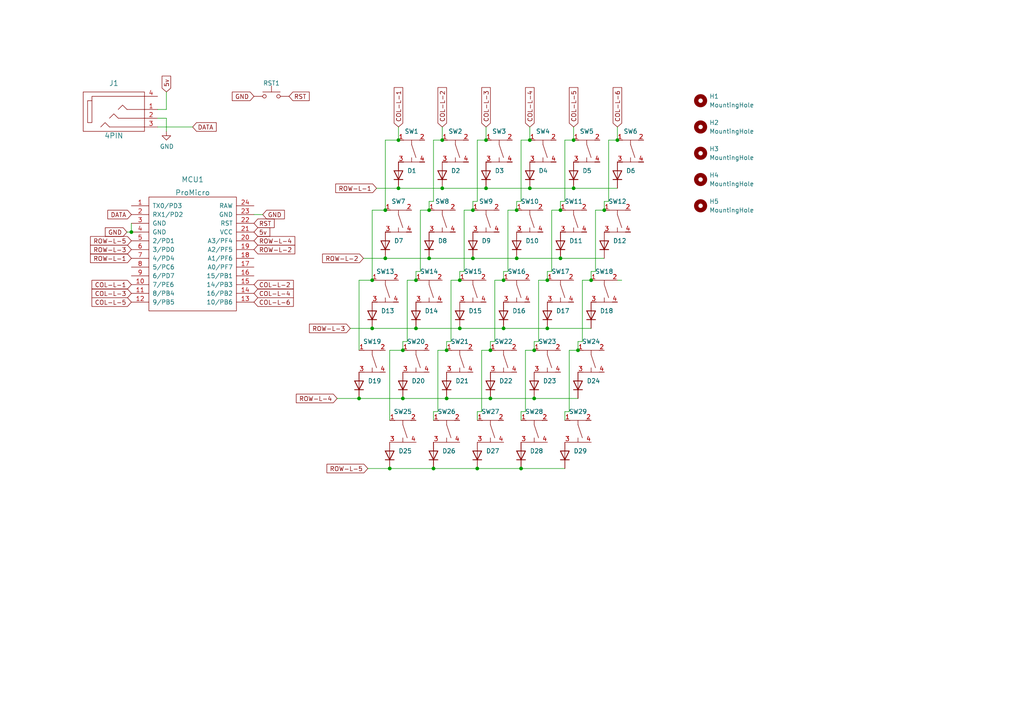
<source format=kicad_sch>
(kicad_sch (version 20211123) (generator eeschema)
  (paper "A4")
  (title_block (title "PocketSplit") (rev "1.0"))
  (lib_symbols
    (symbol "Device:D" (pin_numbers hide) (pin_names (offset 1.016) hide)
      (property "Reference" "D" (at 0 2.54 0))
      (property "Value" "D" (at 0 -2.54 0))
      (symbol "D_0_1"
        (polyline (pts (xy -1.27 1.27) (xy -1.27 -1.27)) (stroke (width 0.254)))
        (polyline (pts (xy 1.27 0) (xy -1.27 0)))
        (polyline (pts (xy 1.27 1.27) (xy 1.27 -1.27) (xy -1.27 0) (xy 1.27 1.27)) (stroke (width 0.254)))
      )
      (symbol "D_1_1"
        (pin passive line (at -3.81 0 0) (length 2.54) (name "K") (number "1"))
        (pin passive line (at 3.81 0 180) (length 2.54) (name "A") (number "2"))
      )
    )
    (symbol "Keebio:ProMicro" (pin_names (offset 1.016))
      (property "Reference" "U" (at 0 0 0))
      (property "Value" "ProMicro" (at 0 -19.05 0))
      (symbol "ProMicro_0_1"
        (rectangle (start -12.7 -16.51) (end 12.7 16.51))
      )
      (symbol "ProMicro_1_1"
        (pin input line (at -17.78 13.97 0) (length 5.08) (name "TX0/PD3") (number "1"))
        (pin input line (at -17.78 -8.89 0) (length 5.08) (name "7/PE6") (number "10"))
        (pin input line (at -17.78 -11.43 0) (length 5.08) (name "8/PB4") (number "11"))
        (pin input line (at -17.78 -13.97 0) (length 5.08) (name "9/PB5") (number "12"))
        (pin input line (at 17.78 -13.97 180) (length 5.08) (name "10/PB6") (number "13"))
        (pin input line (at 17.78 -11.43 180) (length 5.08) (name "16/PB2") (number "14"))
        (pin input line (at 17.78 -8.89 180) (length 5.08) (name "14/PB3") (number "15"))
        (pin input line (at 17.78 -6.35 180) (length 5.08) (name "15/PB1") (number "16"))
        (pin input line (at 17.78 -3.81 180) (length 5.08) (name "A0/PF7") (number "17"))
        (pin input line (at 17.78 -1.27 180) (length 5.08) (name "A1/PF6") (number "18"))
        (pin input line (at 17.78 1.27 180) (length 5.08) (name "A2/PF5") (number "19"))
        (pin input line (at -17.78 11.43 0) (length 5.08) (name "RX1/PD2") (number "2"))
        (pin input line (at 17.78 3.81 180) (length 5.08) (name "A3/PF4") (number "20"))
        (pin input line (at 17.78 6.35 180) (length 5.08) (name "VCC") (number "21"))
        (pin input line (at 17.78 8.89 180) (length 5.08) (name "RST") (number "22"))
        (pin input line (at 17.78 11.43 180) (length 5.08) (name "GND") (number "23"))
        (pin input line (at 17.78 13.97 180) (length 5.08) (name "RAW") (number "24"))
        (pin input line (at -17.78 8.89 0) (length 5.08) (name "GND") (number "3"))
        (pin input line (at -17.78 6.35 0) (length 5.08) (name "GND") (number "4"))
        (pin input line (at -17.78 3.81 0) (length 5.08) (name "2/PD1") (number "5"))
        (pin input line (at -17.78 1.27 0) (length 5.08) (name "3/PD0") (number "6"))
        (pin input line (at -17.78 -1.27 0) (length 5.08) (name "4/PD4") (number "7"))
        (pin input line (at -17.78 -3.81 0) (length 5.08) (name "5/PC6") (number "8"))
        (pin input line (at -17.78 -6.35 0) (length 5.08) (name "6/PD7") (number "9"))
      )
    )
    (symbol "Lily58_Pro-rescue:MJ-4PP-9-Lily58-cache" (pin_names (offset 1.016))
      (property "Reference" "J" (at -8.89 -7.62 0))
      (property "Value" "MJ-4PP-9-Lily58-cache" (at -3.81 6.35 0))
      (symbol "MJ-4PP-9-Lily58-cache_0_1"
        (rectangle (start -7.62 2.54) (end -8.89 -3.81))
        (polyline (pts (xy 2.54 0) (xy 7.62 0)))
        (polyline (pts (xy -2.54 -5.08) (xy 7.62 -5.08) (xy 7.62 -5.08)))
        (polyline (pts (xy 0 -2.54) (xy -1.27 -1.27) (xy -2.54 -2.54)))
        (polyline (pts (xy 0 0) (xy 1.27 1.27) (xy 2.54 0)))
        (polyline (pts (xy 7.62 3.81) (xy -7.62 3.81) (xy -7.62 2.54)))
        (polyline (pts (xy -2.54 -5.08) (xy -3.81 -3.81) (xy -5.08 -5.08) (xy -5.08 -5.08)))
        (polyline (pts (xy 0 -2.54) (xy 7.62 -2.54) (xy 7.62 -2.54) (xy 7.62 -2.54)))
        (rectangle (start 7.62 -6.35) (end -10.16 5.08))
      )
      (symbol "MJ-4PP-9-Lily58-cache_1_1"
        (pin passive line (at 11.43 0 180) (length 3.81) (name "~") (number "1"))
        (pin passive line (at 11.43 -2.54 180) (length 3.81) (name "~") (number "2"))
        (pin passive line (at 11.43 -5.08 180) (length 3.81) (name "~") (number "3"))
        (pin passive line (at 11.43 3.81 180) (length 3.81) (name "~") (number "4"))
      )
    )
    (symbol "MechBoards:SW_THT_6x6"
      (property "Reference" "U" (at 0 -1.27 0))
      (property "Value" "SW_THT_6x6" (at 0 1.27 0))
      (symbol "SW_THT_6x6_0_1"
        (polyline (pts (xy 0 -2.54) (xy 0 -1.27)))
        (polyline (pts (xy 0 2.54) (xy 1.27 -1.27)))
        (polyline (pts (xy 0 3.81) (xy 0 2.54)))
        (polyline (pts (xy 3.81 -2.54) (xy -3.81 -2.54)))
        (polyline (pts (xy -2.54 3.81) (xy 0 3.81) (xy 2.54 3.81)))
      )
      (symbol "SW_THT_6x6_1_1"
        (pin input line (at -3.81 3.81 0) (length 1.5) (name "") (number "1"))
        (pin input line (at 3.81 3.81 180) (length 1.5) (name "") (number "2"))
        (pin input line (at -3.81 -2.54 0) (length 1.5) (name "") (number "3"))
        (pin input line (at 3.81 -2.54 180) (length 1.5) (name "") (number "4"))
      )
    )
    (symbol "Mechanical:MountingHole" (pin_names (offset 1.016))
      (property "Reference" "H" (at 0 5.08 0))
      (property "Value" "MountingHole" (at 0 3.175 0))
      (symbol "MountingHole_0_1"
        (circle (center 0 0) (radius 1.27) (stroke (width 1.27)))
      )
    )
    (symbol "Switch:SW_Push" (pin_numbers hide) (pin_names (offset 1.016) hide)
      (property "Reference" "SW" (at 1.27 2.54 0))
      (property "Value" "SW_Push" (at 0 -1.524 0))
      (symbol "SW_Push_0_1"
        (circle (center -2.032 0) (radius 0.508))
        (polyline (pts (xy 0 1.27) (xy 0 3.048)))
        (polyline (pts (xy 2.54 1.27) (xy -2.54 1.27)))
        (circle (center 2.032 0) (radius 0.508))
        (pin passive line (at -5.08 0 0) (length 2.54) (name "1") (number "1"))
        (pin passive line (at 5.08 0 180) (length 2.54) (name "2") (number "2"))
      )
    )
    (symbol "power:GND" (power) (pin_names (offset 0))
      (property "Value" "GND" (at 0 -3.81 0))
      (symbol "GND_0_1"
        (polyline (pts (xy 0 0) (xy 0 -1.27) (xy 1.27 -1.27) (xy 0 -2.54) (xy -1.27 -1.27) (xy 0 -1.27)))
      )
      (symbol "GND_1_1"
        (pin power_in line (at 0 0 270) (length 0) hide (name "GND") (number "1"))
      )
    )
  )
  (junction (at 38.1 67.31))
  (junction (at 167.64 101.6))
  (junction (at 128.27 40.64))
  (junction (at 138.43 135.89))
  (junction (at 151.13 135.89))
  (junction (at 137.16 74.93))
  (junction (at 129.54 101.6))
  (junction (at 120.65 95.25))
  (junction (at 104.14 115.57))
  (junction (at 129.54 115.57))
  (junction (at 153.67 54.61))
  (junction (at 125.73 135.89))
  (junction (at 120.65 81.28))
  (junction (at 124.46 60.96))
  (junction (at 171.45 81.28))
  (junction (at 140.97 54.61))
  (junction (at 115.57 40.64))
  (junction (at 158.75 95.25))
  (junction (at 179.07 40.64))
  (junction (at 107.95 81.28))
  (junction (at 154.94 115.57))
  (junction (at 116.84 101.6))
  (junction (at 153.67 40.64))
  (junction (at 115.57 54.61))
  (junction (at 111.76 60.96))
  (junction (at 137.16 60.96))
  (junction (at 146.05 95.25))
  (junction (at 158.75 81.28))
  (junction (at 142.24 101.6))
  (junction (at 149.86 60.96))
  (junction (at 133.35 81.28))
  (junction (at 149.86 74.93))
  (junction (at 166.37 54.61))
  (junction (at 107.95 95.25))
  (junction (at 162.56 74.93))
  (junction (at 175.26 60.96))
  (junction (at 116.84 115.57))
  (junction (at 111.76 74.93))
  (junction (at 128.27 54.61))
  (junction (at 166.37 40.64))
  (junction (at 146.05 81.28))
  (junction (at 140.97 40.64))
  (junction (at 133.35 95.25))
  (junction (at 142.24 115.57))
  (junction (at 162.56 60.96))
  (junction (at 124.46 74.93))
  (junction (at 154.94 101.6))
  (junction (at 113.03 135.89))
  (wire (pts (xy 127 119.38) (xy 125.73 119.38)))
  (wire (pts (xy 138.43 121.92) (xy 138.43 119.38)))
  (wire (pts (xy 166.37 40.64) (xy 163.83 40.64)))
  (wire (pts (xy 163.83 58.42) (xy 162.56 58.42)))
  (wire (pts (xy 137.16 58.42) (xy 137.16 60.96)))
  (wire (pts (xy 104.14 115.57) (xy 116.84 115.57)))
  (wire (pts (xy 115.57 54.61) (xy 128.27 54.61)))
  (wire (pts (xy 128.27 36.83) (xy 128.27 40.64)))
  (wire (pts (xy 133.35 81.28) (xy 130.81 81.28)))
  (wire (pts (xy 45.72 36.83) (xy 55.88 36.83)))
  (wire (pts (xy 146.05 81.28) (xy 146.05 78.74)))
  (wire (pts (xy 125.73 119.38) (xy 125.73 121.92)))
  (wire (pts (xy 162.56 74.93) (xy 175.26 74.93)))
  (wire (pts (xy 134.62 78.74) (xy 133.35 78.74)))
  (wire (pts (xy 143.51 81.28) (xy 146.05 81.28)))
  (wire (pts (xy 45.72 34.29) (xy 48.26 34.29)))
  (wire (pts (xy 154.94 101.6) (xy 152.4 101.6)))
  (wire (pts (xy 140.97 54.61) (xy 153.67 54.61)))
  (wire (pts (xy 142.24 101.6) (xy 142.24 99.06)))
  (wire (pts (xy 48.26 34.29) (xy 48.26 38.1)))
  (wire (pts (xy 156.21 99.06) (xy 154.94 99.06)))
  (wire (pts (xy 143.51 99.06) (xy 143.51 81.28)))
  (wire (pts (xy 152.4 119.38) (xy 151.13 119.38)))
  (wire (pts (xy 121.92 78.74) (xy 121.92 60.96)))
  (wire (pts (xy 162.56 60.96) (xy 160.02 60.96)))
  (wire (pts (xy 158.75 95.25) (xy 171.45 95.25)))
  (wire (pts (xy 120.65 78.74) (xy 121.92 78.74)))
  (wire (pts (xy 38.1 64.77) (xy 38.1 67.31)))
  (wire (pts (xy 130.81 99.06) (xy 129.54 99.06)))
  (wire (pts (xy 176.53 58.42) (xy 175.26 58.42)))
  (wire (pts (xy 121.92 60.96) (xy 124.46 60.96)))
  (wire (pts (xy 113.03 135.89) (xy 125.73 135.89)))
  (wire (pts (xy 118.11 81.28) (xy 120.65 81.28)))
  (wire (pts (xy 120.65 95.25) (xy 133.35 95.25)))
  (wire (pts (xy 146.05 95.25) (xy 158.75 95.25)))
  (wire (pts (xy 168.91 99.06) (xy 168.91 81.28)))
  (wire (pts (xy 106.68 135.89) (xy 113.03 135.89)))
  (wire (pts (xy 120.65 81.28) (xy 120.65 78.74)))
  (wire (pts (xy 107.95 60.96) (xy 107.95 81.28)))
  (wire (pts (xy 156.21 81.28) (xy 156.21 99.06)))
  (wire (pts (xy 140.97 40.64) (xy 138.43 40.64)))
  (wire (pts (xy 151.13 40.64) (xy 151.13 58.42)))
  (wire (pts (xy 166.37 54.61) (xy 179.07 54.61)))
  (wire (pts (xy 48.26 26.67) (xy 48.26 31.75)))
  (wire (pts (xy 137.16 60.96) (xy 134.62 60.96)))
  (wire (pts (xy 139.7 119.38) (xy 139.7 101.6)))
  (wire (pts (xy 152.4 101.6) (xy 152.4 119.38)))
  (wire (pts (xy 158.75 81.28) (xy 156.21 81.28)))
  (wire (pts (xy 105.41 74.93) (xy 111.76 74.93)))
  (wire (pts (xy 128.27 54.61) (xy 140.97 54.61)))
  (wire (pts (xy 137.16 74.93) (xy 149.86 74.93)))
  (wire (pts (xy 168.91 81.28) (xy 171.45 81.28)))
  (wire (pts (xy 140.97 36.83) (xy 140.97 40.64)))
  (wire (pts (xy 149.86 60.96) (xy 149.86 58.42)))
  (wire (pts (xy 133.35 78.74) (xy 133.35 81.28)))
  (wire (pts (xy 160.02 60.96) (xy 160.02 78.74)))
  (wire (pts (xy 138.43 58.42) (xy 137.16 58.42)))
  (wire (pts (xy 115.57 36.83) (xy 115.57 40.64)))
  (wire (pts (xy 107.95 95.25) (xy 120.65 95.25)))
  (wire (pts (xy 118.11 99.06) (xy 118.11 81.28)))
  (wire (pts (xy 101.6 95.25) (xy 107.95 95.25)))
  (wire (pts (xy 163.83 121.92) (xy 163.83 119.38)))
  (wire (pts (xy 176.53 40.64) (xy 179.07 40.64)))
  (wire (pts (xy 153.67 36.83) (xy 153.67 40.64)))
  (wire (pts (xy 109.22 54.61) (xy 115.57 54.61)))
  (wire (pts (xy 48.26 31.75) (xy 45.72 31.75)))
  (wire (pts (xy 153.67 54.61) (xy 166.37 54.61)))
  (wire (pts (xy 138.43 135.89) (xy 151.13 135.89)))
  (wire (pts (xy 116.84 115.57) (xy 129.54 115.57)))
  (wire (pts (xy 142.24 115.57) (xy 154.94 115.57)))
  (wire (pts (xy 149.86 58.42) (xy 151.13 58.42)))
  (wire (pts (xy 115.57 40.64) (xy 111.76 40.64)))
  (wire (pts (xy 151.13 40.64) (xy 153.67 40.64)))
  (wire (pts (xy 166.37 36.83) (xy 166.37 40.64)))
  (wire (pts (xy 167.64 101.6) (xy 167.64 99.06)))
  (wire (pts (xy 124.46 74.93) (xy 137.16 74.93)))
  (wire (pts (xy 124.46 60.96) (xy 124.46 58.42)))
  (wire (pts (xy 171.45 81.28) (xy 171.45 78.74)))
  (wire (pts (xy 167.64 99.06) (xy 168.91 99.06)))
  (wire (pts (xy 129.54 101.6) (xy 127 101.6)))
  (wire (pts (xy 147.32 78.74) (xy 147.32 60.96)))
  (wire (pts (xy 125.73 58.42) (xy 125.73 40.64)))
  (wire (pts (xy 113.03 101.6) (xy 116.84 101.6)))
  (wire (pts (xy 134.62 60.96) (xy 134.62 78.74)))
  (wire (pts (xy 116.84 99.06) (xy 118.11 99.06)))
  (wire (pts (xy 151.13 135.89) (xy 163.83 135.89)))
  (wire (pts (xy 139.7 101.6) (xy 142.24 101.6)))
  (wire (pts (xy 111.76 40.64) (xy 111.76 60.96)))
  (wire (pts (xy 151.13 119.38) (xy 151.13 121.92)))
  (wire (pts (xy 149.86 74.93) (xy 162.56 74.93)))
  (wire (pts (xy 179.07 81.28) (xy 180.34 81.28)))
  (wire (pts (xy 111.76 60.96) (xy 107.95 60.96)))
  (wire (pts (xy 127 101.6) (xy 127 119.38)))
  (wire (pts (xy 97.79 115.57) (xy 104.14 115.57)))
  (wire (pts (xy 163.83 119.38) (xy 165.1 119.38)))
  (wire (pts (xy 163.83 40.64) (xy 163.83 58.42)))
  (wire (pts (xy 165.1 101.6) (xy 167.64 101.6)))
  (wire (pts (xy 125.73 40.64) (xy 128.27 40.64)))
  (wire (pts (xy 116.84 101.6) (xy 116.84 99.06)))
  (wire (pts (xy 154.94 115.57) (xy 167.64 115.57)))
  (wire (pts (xy 142.24 99.06) (xy 143.51 99.06)))
  (wire (pts (xy 125.73 135.89) (xy 138.43 135.89)))
  (wire (pts (xy 138.43 119.38) (xy 139.7 119.38)))
  (wire (pts (xy 111.76 74.93) (xy 124.46 74.93)))
  (wire (pts (xy 124.46 58.42) (xy 125.73 58.42)))
  (wire (pts (xy 175.26 58.42) (xy 175.26 60.96)))
  (wire (pts (xy 176.53 40.64) (xy 176.53 58.42)))
  (wire (pts (xy 129.54 115.57) (xy 142.24 115.57)))
  (wire (pts (xy 130.81 81.28) (xy 130.81 99.06)))
  (wire (pts (xy 172.72 60.96) (xy 175.26 60.96)))
  (wire (pts (xy 165.1 119.38) (xy 165.1 101.6)))
  (wire (pts (xy 138.43 40.64) (xy 138.43 58.42)))
  (wire (pts (xy 160.02 78.74) (xy 158.75 78.74)))
  (wire (pts (xy 162.56 58.42) (xy 162.56 60.96)))
  (wire (pts (xy 73.66 62.23) (xy 76.2 62.23)))
  (wire (pts (xy 107.95 81.28) (xy 104.14 81.28)))
  (wire (pts (xy 179.07 36.83) (xy 179.07 40.64)))
  (wire (pts (xy 147.32 60.96) (xy 149.86 60.96)))
  (wire (pts (xy 154.94 99.06) (xy 154.94 101.6)))
  (wire (pts (xy 36.83 67.31) (xy 38.1 67.31)))
  (wire (pts (xy 129.54 99.06) (xy 129.54 101.6)))
  (wire (pts (xy 104.14 81.28) (xy 104.14 101.6)))
  (wire (pts (xy 146.05 78.74) (xy 147.32 78.74)))
  (wire (pts (xy 172.72 60.96) (xy 172.72 78.74)))
  (wire (pts (xy 171.45 78.74) (xy 172.72 78.74)))
  (wire (pts (xy 133.35 95.25) (xy 146.05 95.25)))
  (wire (pts (xy 158.75 78.74) (xy 158.75 81.28)))
  (wire (pts (xy 113.03 121.92) (xy 113.03 101.6)))
  (global_label "COL-L-4" (shape input) (at 153.67 36.83 90) (property "Intersheet References" "${INTERSHEET_REFS}" (effects hide)))
  (global_label "COL-L-6" (shape input) (at 73.66 87.63 0) (property "Intersheet References" "${INTERSHEET_REFS}" (effects hide)))
  (global_label "GND" (shape input) (at 76.2 62.23 0) (property "Intersheet References" "${INTERSHEET_REFS}" (effects hide)))
  (global_label "5v" (shape input) (at 73.66 67.31 0) (property "Intersheet References" "${INTERSHEET_REFS}" (effects hide)))
  (global_label "COL-L-3" (shape input) (at 140.97 36.83 90) (property "Intersheet References" "${INTERSHEET_REFS}" (effects hide)))
  (global_label "ROW-L-3" (shape input) (at 38.1 72.39 180) (property "Intersheet References" "${INTERSHEET_REFS}" (effects hide)))
  (global_label "DATA" (shape input) (at 55.88 36.83 0) (property "Intersheet References" "${INTERSHEET_REFS}" (effects hide)))
  (global_label "COL-L-1" (shape input) (at 38.1 82.55 180) (property "Intersheet References" "${INTERSHEET_REFS}" (effects hide)))
  (global_label "DATA" (shape input) (at 38.1 62.23 180) (property "Intersheet References" "${INTERSHEET_REFS}" (effects hide)))
  (global_label "GND" (shape input) (at 36.83 67.31 180) (property "Intersheet References" "${INTERSHEET_REFS}" (effects hide)))
  (global_label "ROW-L-5" (shape input) (at 106.68 135.89 180) (property "Intersheet References" "${INTERSHEET_REFS}" (effects hide)))
  (global_label "5v" (shape input) (at 48.26 26.67 90) (property "Intersheet References" "${INTERSHEET_REFS}" (effects hide)))
  (global_label "COL-L-5" (shape input) (at 38.1 87.63 180) (property "Intersheet References" "${INTERSHEET_REFS}" (effects hide)))
  (global_label "COL-L-6" (shape input) (at 179.07 36.83 90) (property "Intersheet References" "${INTERSHEET_REFS}" (effects hide)))
  (global_label "RST" (shape input) (at 73.66 64.77 0) (property "Intersheet References" "${INTERSHEET_REFS}" (effects hide)))
  (global_label "COL-L-2" (shape input) (at 128.27 36.83 90) (property "Intersheet References" "${INTERSHEET_REFS}" (effects hide)))
  (global_label "COL-L-5" (shape input) (at 166.37 36.83 90) (property "Intersheet References" "${INTERSHEET_REFS}" (effects hide)))
  (global_label "ROW-L-5" (shape input) (at 38.1 69.85 180) (property "Intersheet References" "${INTERSHEET_REFS}" (effects hide)))
  (global_label "ROW-L-4" (shape input) (at 73.66 69.85 0) (property "Intersheet References" "${INTERSHEET_REFS}" (effects hide)))
  (global_label "ROW-L-1" (shape input) (at 109.22 54.61 180) (property "Intersheet References" "${INTERSHEET_REFS}" (effects hide)))
  (global_label "ROW-L-2" (shape input) (at 73.66 72.39 0) (property "Intersheet References" "${INTERSHEET_REFS}" (effects hide)))
  (global_label "COL-L-2" (shape input) (at 73.66 82.55 0) (property "Intersheet References" "${INTERSHEET_REFS}" (effects hide)))
  (global_label "GND" (shape input) (at 73.66 27.94 180) (property "Intersheet References" "${INTERSHEET_REFS}" (effects hide)))
  (global_label "ROW-L-1" (shape input) (at 38.1 74.93 180) (property "Intersheet References" "${INTERSHEET_REFS}" (effects hide)))
  (global_label "ROW-L-4" (shape input) (at 97.79 115.57 180) (property "Intersheet References" "${INTERSHEET_REFS}" (effects hide)))
  (global_label "ROW-L-3" (shape input) (at 101.6 95.25 180) (property "Intersheet References" "${INTERSHEET_REFS}" (effects hide)))
  (global_label "COL-L-3" (shape input) (at 38.1 85.09 180) (property "Intersheet References" "${INTERSHEET_REFS}" (effects hide)))
  (global_label "COL-L-1" (shape input) (at 115.57 36.83 90) (property "Intersheet References" "${INTERSHEET_REFS}" (effects hide)))
  (global_label "RST" (shape input) (at 83.82 27.94 0) (property "Intersheet References" "${INTERSHEET_REFS}" (effects hide)))
  (global_label "ROW-L-2" (shape input) (at 105.41 74.93 180) (property "Intersheet References" "${INTERSHEET_REFS}" (effects hide)))
  (global_label "COL-L-4" (shape input) (at 73.66 85.09 0) (property "Intersheet References" "${INTERSHEET_REFS}" (effects hide)))
  (symbol (lib_id "MechBoards:SW_THT_6x6") (at 119.38 44.45 0) (unit 1)
    (property "Reference" "SW1" (at 119.38 38.1 0))
    (property "Value" "SW_THT_6x6" (effects hide))
    (property "Footprint" "Keebio:Switch_THT_6x6x8.5" (effects hide))
  )
  (symbol (lib_id "MechBoards:SW_THT_6x6") (at 115.57 64.77 0) (unit 1)
    (property "Reference" "SW7" (at 115.57 58.42 0))
    (property "Value" "SW_THT_6x6" (effects hide))
    (property "Footprint" "Keebio:Switch_THT_6x6x8.5" (effects hide))
  )
  (symbol (lib_id "Device:D") (at 129.54 111.76 90) (unit 1)
    (property "Reference" "D21" (at 132.08 110.4899 90) (effects (justify right)))
    (property "Value" "D" (effects hide))
    (property "Footprint" "l58:Diode_TH_SOD123_Edited" (effects hide))
  )
  (symbol (lib_id "MechBoards:SW_THT_6x6") (at 142.24 125.73 0) (unit 1)
    (property "Reference" "SW27" (at 142.24 119.38 0))
    (property "Value" "SW_THT_6x6" (effects hide))
    (property "Footprint" "Keebio:Switch_THT_6x6x8.5" (effects hide))
  )
  (symbol (lib_id "MechBoards:SW_THT_6x6") (at 158.75 105.41 0) (unit 1)
    (property "Reference" "SW23" (at 158.75 99.06 0))
    (property "Value" "SW_THT_6x6" (effects hide))
    (property "Footprint" "Keebio:Switch_THT_6x6x8.5" (effects hide))
  )
  (symbol (lib_id "Device:D") (at 128.27 50.8 90) (unit 1)
    (property "Reference" "D2" (at 130.81 49.5299 90) (effects (justify right)))
    (property "Value" "D" (effects hide))
    (property "Footprint" "l58:Diode_TH_SOD123_Edited" (effects hide))
  )
  (symbol (lib_id "MechBoards:SW_THT_6x6") (at 171.45 105.41 0) (unit 1)
    (property "Reference" "SW24" (at 171.45 99.06 0))
    (property "Value" "SW_THT_6x6" (effects hide))
    (property "Footprint" "Keebio:Switch_THT_6x6x8.5" (effects hide))
  )
  (symbol (lib_id "Device:D") (at 149.86 71.12 90) (unit 1)
    (property "Reference" "D10" (at 152.4 69.8499 90) (effects (justify right)))
    (property "Value" "D" (effects hide))
    (property "Footprint" "l58:Diode_TH_SOD123_Edited" (effects hide))
  )
  (symbol (lib_id "Device:D") (at 163.83 132.08 90) (unit 1)
    (property "Reference" "D29" (at 166.37 130.8099 90) (effects (justify right)))
    (property "Value" "D" (effects hide))
    (property "Footprint" "l58:Diode_TH_SOD123_Edited" (effects hide))
  )
  (symbol (lib_id "Device:D") (at 116.84 111.76 90) (unit 1)
    (property "Reference" "D20" (at 119.38 110.4899 90) (effects (justify right)))
    (property "Value" "D" (effects hide))
    (property "Footprint" "l58:Diode_TH_SOD123_Edited" (effects hide))
  )
  (symbol (lib_id "Device:D") (at 167.64 111.76 90) (unit 1)
    (property "Reference" "D24" (at 170.18 110.4899 90) (effects (justify right)))
    (property "Value" "D" (effects hide))
    (property "Footprint" "l58:Diode_TH_SOD123_Edited" (effects hide))
  )
  (symbol (lib_id "Device:D") (at 166.37 50.8 90) (unit 1)
    (property "Reference" "D5" (at 168.91 49.5299 90) (effects (justify right)))
    (property "Value" "D" (effects hide))
    (property "Footprint" "l58:Diode_TH_SOD123_Edited" (effects hide))
  )
  (symbol (lib_id "MechBoards:SW_THT_6x6") (at 133.35 105.41 0) (unit 1)
    (property "Reference" "SW21" (at 133.35 99.06 0))
    (property "Value" "SW_THT_6x6" (effects hide))
    (property "Footprint" "Keebio:Switch_THT_6x6x8.5" (effects hide))
  )
  (symbol (lib_id "Mechanical:MountingHole") (at 203.2 52.07 0) (unit 1)
    (property "Reference" "H4" (at 205.74 50.7999 0) (effects (justify left)))
    (property "Value" "MountingHole" (at 205.74 53.3399 0) (effects (justify left)))
    (property "Footprint" "MountingHole:MountingHole_2.2mm_M2" (effects hide))
  )
  (symbol (lib_id "MechBoards:SW_THT_6x6") (at 129.54 125.73 0) (unit 1)
    (property "Reference" "SW26" (at 129.54 119.38 0))
    (property "Value" "SW_THT_6x6" (effects hide))
    (property "Footprint" "Keebio:Switch_THT_6x6x8.5" (effects hide))
  )
  (symbol (lib_id "MechBoards:SW_THT_6x6") (at 179.07 64.77 0) (unit 1)
    (property "Reference" "SW12" (at 179.07 58.42 0))
    (property "Value" "SW_THT_6x6" (effects hide))
    (property "Footprint" "Keebio:Switch_THT_6x6x8.5" (effects hide))
  )
  (symbol (lib_id "Device:D") (at 142.24 111.76 90) (unit 1)
    (property "Reference" "D22" (at 144.78 110.4899 90) (effects (justify right)))
    (property "Value" "D" (effects hide))
    (property "Footprint" "l58:Diode_TH_SOD123_Edited" (effects hide))
  )
  (symbol (lib_id "MechBoards:SW_THT_6x6") (at 149.86 85.09 0) (unit 1)
    (property "Reference" "SW16" (at 149.86 78.74 0))
    (property "Value" "SW_THT_6x6" (effects hide))
    (property "Footprint" "Keebio:Switch_THT_6x6x8.5" (effects hide))
  )
  (symbol (lib_id "MechBoards:SW_THT_6x6") (at 116.84 125.73 0) (unit 1)
    (property "Reference" "SW25" (at 116.84 119.38 0))
    (property "Value" "SW_THT_6x6" (effects hide))
    (property "Footprint" "Keebio:Switch_THT_6x6x8.5" (effects hide))
  )
  (symbol (lib_id "Device:D") (at 171.45 91.44 90) (unit 1)
    (property "Reference" "D18" (at 173.99 90.1699 90) (effects (justify right)))
    (property "Value" "D" (effects hide))
    (property "Footprint" "l58:Diode_TH_SOD123_Edited" (effects hide))
  )
  (symbol (lib_id "MechBoards:SW_THT_6x6") (at 107.95 105.41 0) (unit 1)
    (property "Reference" "SW19" (at 107.95 99.06 0))
    (property "Value" "SW_THT_6x6" (effects hide))
    (property "Footprint" "Keebio:Switch_THT_6x6x8.5" (effects hide))
  )
  (symbol (lib_id "Mechanical:MountingHole") (at 203.2 44.45 0) (unit 1)
    (property "Reference" "H3" (at 205.74 43.1799 0) (effects (justify left)))
    (property "Value" "MountingHole" (at 205.74 45.7199 0) (effects (justify left)))
    (property "Footprint" "MountingHole:MountingHole_2.2mm_M2" (effects hide))
  )
  (symbol (lib_id "MechBoards:SW_THT_6x6") (at 157.48 44.45 0) (unit 1)
    (property "Reference" "SW4" (at 157.48 38.1 0))
    (property "Value" "SW_THT_6x6" (effects hide))
    (property "Footprint" "Keebio:Switch_THT_6x6x8.5" (effects hide))
  )
  (symbol (lib_id "MechBoards:SW_THT_6x6") (at 128.27 64.77 0) (unit 1)
    (property "Reference" "SW8" (at 128.27 58.42 0))
    (property "Value" "SW_THT_6x6" (effects hide))
    (property "Footprint" "Keebio:Switch_THT_6x6x8.5" (effects hide))
  )
  (symbol (lib_id "Device:D") (at 162.56 71.12 90) (unit 1)
    (property "Reference" "D11" (at 165.1 69.8499 90) (effects (justify right)))
    (property "Value" "D" (effects hide))
    (property "Footprint" "l58:Diode_TH_SOD123_Edited" (effects hide))
  )
  (symbol (lib_id "Device:D") (at 154.94 111.76 90) (unit 1)
    (property "Reference" "D23" (at 157.48 110.4899 90) (effects (justify right)))
    (property "Value" "D" (effects hide))
    (property "Footprint" "l58:Diode_TH_SOD123_Edited" (effects hide))
  )
  (symbol (lib_id "Device:D") (at 125.73 132.08 90) (unit 1)
    (property "Reference" "D26" (at 128.27 130.8099 90) (effects (justify right)))
    (property "Value" "D" (effects hide))
    (property "Footprint" "l58:Diode_TH_SOD123_Edited" (effects hide))
  )
  (symbol (lib_id "MechBoards:SW_THT_6x6") (at 111.76 85.09 0) (unit 1)
    (property "Reference" "SW13" (at 111.76 78.74 0))
    (property "Value" "SW_THT_6x6" (effects hide))
    (property "Footprint" "Keebio:Switch_THT_6x6x8.5" (effects hide))
  )
  (symbol (lib_id "Device:D") (at 115.57 50.8 90) (unit 1)
    (property "Reference" "D1" (at 118.11 49.5299 90) (effects (justify right)))
    (property "Value" "D" (effects hide))
    (property "Footprint" "l58:Diode_TH_SOD123_Edited" (effects hide))
  )
  (symbol (lib_id "Device:D") (at 175.26 71.12 90) (unit 1)
    (property "Reference" "D12" (at 177.8 69.8499 90) (effects (justify right)))
    (property "Value" "D" (effects hide))
    (property "Footprint" "l58:Diode_TH_SOD123_Edited" (effects hide))
  )
  (symbol (lib_id "Device:D") (at 146.05 91.44 90) (unit 1)
    (property "Reference" "D16" (at 148.59 90.1699 90) (effects (justify right)))
    (property "Value" "D" (effects hide))
    (property "Footprint" "l58:Diode_TH_SOD123_Edited" (effects hide))
  )
  (symbol (lib_id "Mechanical:MountingHole") (at 203.2 29.21 0) (unit 1)
    (property "Reference" "H1" (at 205.74 27.9399 0) (effects (justify left)))
    (property "Value" "MountingHole" (at 205.74 30.4799 0) (effects (justify left)))
    (property "Footprint" "MountingHole:MountingHole_2.2mm_M2" (effects hide))
  )
  (symbol (lib_id "Device:D") (at 158.75 91.44 90) (unit 1)
    (property "Reference" "D17" (at 161.29 90.1699 90) (effects (justify right)))
    (property "Value" "D" (effects hide))
    (property "Footprint" "l58:Diode_TH_SOD123_Edited" (effects hide))
  )
  (symbol (lib_id "Mechanical:MountingHole") (at 203.2 36.83 0) (unit 1)
    (property "Reference" "H2" (at 205.74 35.5599 0) (effects (justify left)))
    (property "Value" "MountingHole" (at 205.74 38.0999 0) (effects (justify left)))
    (property "Footprint" "MountingHole:MountingHole_2.2mm_M2" (effects hide))
  )
  (symbol (lib_id "Device:D") (at 133.35 91.44 90) (unit 1)
    (property "Reference" "D15" (at 135.89 90.1699 90) (effects (justify right)))
    (property "Value" "D" (effects hide))
    (property "Footprint" "l58:Diode_TH_SOD123_Edited" (effects hide))
  )
  (symbol (lib_id "Device:D") (at 104.14 111.76 90) (unit 1)
    (property "Reference" "D19" (at 106.68 110.4899 90) (effects (justify right)))
    (property "Value" "D" (effects hide))
    (property "Footprint" "l58:Diode_TH_SOD123_Edited" (effects hide))
  )
  (symbol (lib_id "MechBoards:SW_THT_6x6") (at 167.64 125.73 0) (unit 1)
    (property "Reference" "SW29" (at 167.64 119.38 0))
    (property "Value" "SW_THT_6x6" (effects hide))
    (property "Footprint" "Keebio:Switch_THT_6x6x8.5" (effects hide))
  )
  (symbol (lib_id "Device:D") (at 107.95 91.44 90) (unit 1)
    (property "Reference" "D13" (at 110.49 90.1699 90) (effects (justify right)))
    (property "Value" "D" (effects hide))
    (property "Footprint" "l58:Diode_TH_SOD123_Edited" (effects hide))
  )
  (symbol (lib_id "Mechanical:MountingHole") (at 203.2 59.69 0) (unit 1)
    (property "Reference" "H5" (at 205.74 58.4199 0) (effects (justify left)))
    (property "Value" "MountingHole" (at 205.74 60.9599 0) (effects (justify left)))
    (property "Footprint" "MountingHole:MountingHole_2.2mm_M2" (effects hide))
  )
  (symbol (lib_id "Device:D") (at 113.03 132.08 90) (unit 1)
    (property "Reference" "D25" (at 115.57 130.8099 90) (effects (justify right)))
    (property "Value" "D" (effects hide))
    (property "Footprint" "l58:Diode_TH_SOD123_Edited" (effects hide))
  )
  (symbol (lib_id "MechBoards:SW_THT_6x6") (at 166.37 64.77 0) (unit 1)
    (property "Reference" "SW11" (at 166.37 58.42 0))
    (property "Value" "SW_THT_6x6" (effects hide))
    (property "Footprint" "Keebio:Switch_THT_6x6x8.5" (effects hide))
  )
  (symbol (lib_id "Lily58_Pro-rescue:MJ-4PP-9-Lily58-cache") (at 34.29 31.75 0) (unit 1)
    (property "Reference" "J1" (at 33.02 24.13 0) (effects (font (size 1.524 1.524))))
    (property "Value" "4PIN" (at 33.02 39.37 0) (effects (font (size 1.524 1.524))))
    (property "Footprint" "l58:MJ-4PP-9" (effects hide))
  )
  (symbol (lib_id "MechBoards:SW_THT_6x6") (at 120.65 105.41 0) (unit 1)
    (property "Reference" "SW20" (at 120.65 99.06 0))
    (property "Value" "SW_THT_6x6" (effects hide))
    (property "Footprint" "Keebio:Switch_THT_6x6x8.5" (effects hide))
  )
  (symbol (lib_id "MechBoards:SW_THT_6x6") (at 170.18 44.45 0) (unit 1)
    (property "Reference" "SW5" (at 170.18 38.1 0))
    (property "Value" "SW_THT_6x6" (effects hide))
    (property "Footprint" "Keebio:Switch_THT_6x6x8.5" (effects hide))
  )
  (symbol (lib_id "Device:D") (at 153.67 50.8 90) (unit 1)
    (property "Reference" "D4" (at 156.21 49.5299 90) (effects (justify right)))
    (property "Value" "D" (effects hide))
    (property "Footprint" "l58:Diode_TH_SOD123_Edited" (effects hide))
  )
  (symbol (lib_id "MechBoards:SW_THT_6x6") (at 154.94 125.73 0) (unit 1)
    (property "Reference" "SW28" (at 154.94 119.38 0))
    (property "Value" "SW_THT_6x6" (effects hide))
    (property "Footprint" "Keebio:Switch_THT_6x6x8.5" (effects hide))
  )
  (symbol (lib_id "MechBoards:SW_THT_6x6") (at 144.78 44.45 0) (unit 1)
    (property "Reference" "SW3" (at 144.78 38.1 0))
    (property "Value" "SW_THT_6x6" (effects hide))
    (property "Footprint" "Keebio:Switch_THT_6x6x8.5" (effects hide))
  )
  (symbol (lib_id "MechBoards:SW_THT_6x6") (at 137.16 85.09 0) (unit 1)
    (property "Reference" "SW15" (at 137.16 78.74 0))
    (property "Value" "SW_THT_6x6" (effects hide))
    (property "Footprint" "Keebio:Switch_THT_6x6x8.5" (effects hide))
  )
  (symbol (lib_id "MechBoards:SW_THT_6x6") (at 132.08 44.45 0) (unit 1)
    (property "Reference" "SW2" (at 132.08 38.1 0))
    (property "Value" "SW_THT_6x6" (effects hide))
    (property "Footprint" "Keebio:Switch_THT_6x6x8.5" (effects hide))
  )
  (symbol (lib_id "MechBoards:SW_THT_6x6") (at 182.88 44.45 0) (unit 1)
    (property "Reference" "SW6" (at 182.88 38.1 0))
    (property "Value" "SW_THT_6x6" (effects hide))
    (property "Footprint" "Keebio:Switch_THT_6x6x8.5" (effects hide))
  )
  (symbol (lib_id "MechBoards:SW_THT_6x6") (at 146.05 105.41 0) (unit 1)
    (property "Reference" "SW22" (at 146.05 99.06 0))
    (property "Value" "SW_THT_6x6" (effects hide))
    (property "Footprint" "Keebio:Switch_THT_6x6x8.5" (effects hide))
  )
  (symbol (lib_id "Device:D") (at 120.65 91.44 90) (unit 1)
    (property "Reference" "D14" (at 123.19 90.1699 90) (effects (justify right)))
    (property "Value" "D" (effects hide))
    (property "Footprint" "l58:Diode_TH_SOD123_Edited" (effects hide))
  )
  (symbol (lib_id "Device:D") (at 137.16 71.12 90) (unit 1)
    (property "Reference" "D9" (at 139.7 69.8499 90) (effects (justify right)))
    (property "Value" "D" (effects hide))
    (property "Footprint" "l58:Diode_TH_SOD123_Edited" (effects hide))
  )
  (symbol (lib_id "MechBoards:SW_THT_6x6") (at 162.56 85.09 0) (unit 1)
    (property "Reference" "SW17" (at 162.56 78.74 0))
    (property "Value" "SW_THT_6x6" (effects hide))
    (property "Footprint" "Keebio:Switch_THT_6x6x8.5" (effects hide))
  )
  (symbol (lib_id "Device:D") (at 140.97 50.8 90) (unit 1)
    (property "Reference" "D3" (at 143.51 49.5299 90) (effects (justify right)))
    (property "Value" "D" (effects hide))
    (property "Footprint" "l58:Diode_TH_SOD123_Edited" (effects hide))
  )
  (symbol (lib_id "MechBoards:SW_THT_6x6") (at 140.97 64.77 0) (unit 1)
    (property "Reference" "SW9" (at 140.97 58.42 0))
    (property "Value" "SW_THT_6x6" (effects hide))
    (property "Footprint" "Keebio:Switch_THT_6x6x8.5" (effects hide))
  )
  (symbol (lib_id "Device:D") (at 111.76 71.12 90) (unit 1)
    (property "Reference" "D7" (at 114.3 69.8499 90) (effects (justify right)))
    (property "Value" "D" (effects hide))
    (property "Footprint" "l58:Diode_TH_SOD123_Edited" (effects hide))
  )
  (symbol (lib_id "MechBoards:SW_THT_6x6") (at 153.67 64.77 0) (unit 1)
    (property "Reference" "SW10" (at 153.67 58.42 0))
    (property "Value" "SW_THT_6x6" (effects hide))
    (property "Footprint" "Keebio:Switch_THT_6x6x8.5" (effects hide))
  )
  (symbol (lib_id "Switch:SW_Push") (at 78.74 27.94 0) (unit 1)
    (property "Reference" "RST1" (at 78.74 24.13 0))
    (property "Value" "SW_Push" (effects hide))
    (property "Footprint" "l58:TACT_SWITCH_TVBP06" (effects hide))
  )
  (symbol (lib_id "Device:D") (at 151.13 132.08 90) (unit 1)
    (property "Reference" "D28" (at 153.67 130.8099 90) (effects (justify right)))
    (property "Value" "D" (effects hide))
    (property "Footprint" "l58:Diode_TH_SOD123_Edited" (effects hide))
  )
  (symbol (lib_id "MechBoards:SW_THT_6x6") (at 124.46 85.09 0) (unit 1)
    (property "Reference" "SW14" (at 124.46 78.74 0))
    (property "Value" "SW_THT_6x6" (effects hide))
    (property "Footprint" "Keebio:Switch_THT_6x6x8.5" (effects hide))
  )
  (symbol (lib_id "Device:D") (at 179.07 50.8 90) (unit 1)
    (property "Reference" "D6" (at 181.61 49.5299 90) (effects (justify right)))
    (property "Value" "D" (effects hide))
    (property "Footprint" "l58:Diode_TH_SOD123_Edited" (effects hide))
  )
  (symbol (lib_id "MechBoards:SW_THT_6x6") (at 175.26 85.09 0) (unit 1)
    (property "Reference" "SW18" (at 175.26 78.74 0))
    (property "Value" "SW_THT_6x6" (effects hide))
    (property "Footprint" "Keebio:Switch_THT_6x6x8.5" (effects hide))
  )
  (symbol (lib_id "Keebio:ProMicro") (at 55.88 73.66 0) (unit 1)
    (property "Reference" "MCU1" (at 55.88 52.07 0) (effects (font (size 1.524 1.524))))
    (property "Value" "ProMicro" (at 55.88 55.88 0) (effects (font (size 1.524 1.524))))
    (property "Footprint" "l58:ProMicro_rev2" (effects hide))
  )
  (symbol (lib_id "Device:D") (at 124.46 71.12 90) (unit 1)
    (property "Reference" "D8" (at 127 69.8499 90) (effects (justify right)))
    (property "Value" "D" (effects hide))
    (property "Footprint" "l58:Diode_TH_SOD123_Edited" (effects hide))
  )
  (symbol (lib_id "Device:D") (at 138.43 132.08 90) (unit 1)
    (property "Reference" "D27" (at 140.97 130.8099 90) (effects (justify right)))
    (property "Value" "D" (effects hide))
    (property "Footprint" "l58:Diode_TH_SOD123_Edited" (effects hide))
  )
  (symbol (lib_id "power:GND") (at 48.26 38.1 0) (unit 1)
    (property "Reference" "#PWR0101" (effects hide))
    (property "Value" "GND" (at 48.387 42.4942 0))
  )
)
</source>
